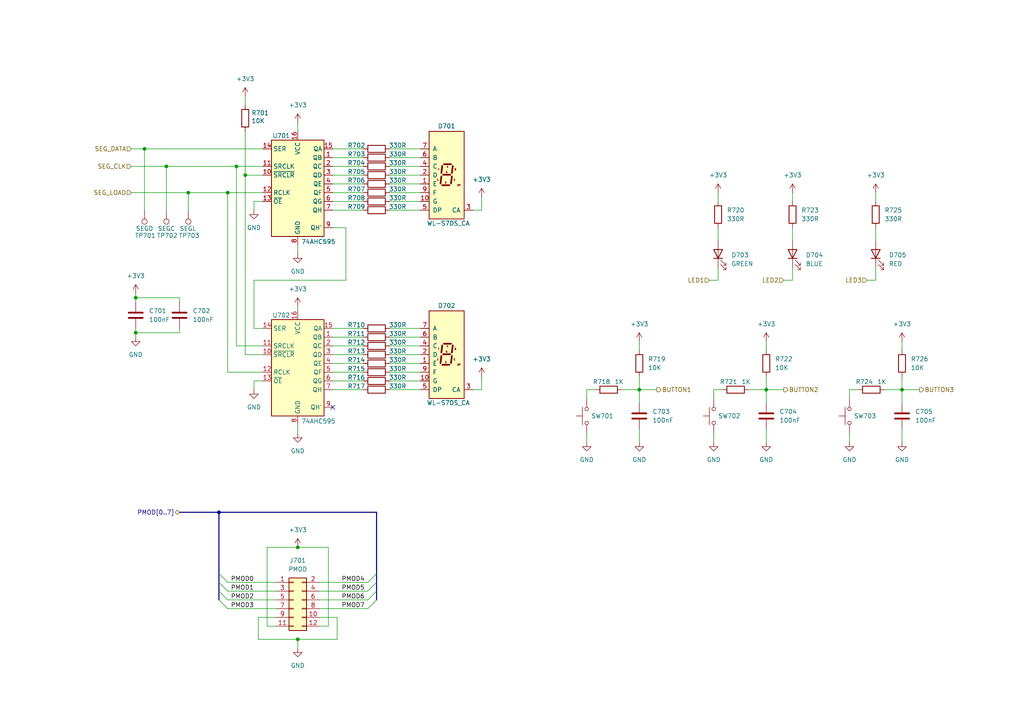
<source format=kicad_sch>
(kicad_sch (version 20250114) (generator "eeschema") (generator_version "9.0")
  (paper "A4")
  (title_block (title "Lattice ICE40HX8K Development board") (company "Stephen Moody"))
  (lib_symbols
    (symbol "74xx:74AHC595"
      (property "Reference" "U" (at -7.62 13.97 0))
      (property "Value" "74AHC595" (at -7.62 -16.51 0))
      (symbol "74AHC595_1_0"
        (pin input line (at -10.16 10.16 0) (length 2.54) (name "SER") (number "14"))
        (pin input line (at -10.16 5.08 0) (length 2.54) (name "SRCLK") (number "11"))
        (pin input line (at -10.16 2.54 0) (length 2.54) (name "~{SRCLR}") (number "10"))
        (pin input line (at -10.16 -2.54 0) (length 2.54) (name "RCLK") (number "12"))
        (pin input line (at -10.16 -5.08 0) (length 2.54) (name "~{OE}") (number "13"))
        (pin power_in line (at 0 15.24 270) (length 2.54) (name "VCC") (number "16"))
        (pin power_in line (at 0 -17.78 90) (length 2.54) (name "GND") (number "8"))
        (pin tri_state line (at 10.16 10.16 180) (length 2.54) (name "QA") (number "15"))
        (pin tri_state line (at 10.16 7.62 180) (length 2.54) (name "QB") (number "1"))
        (pin tri_state line (at 10.16 5.08 180) (length 2.54) (name "QC") (number "2"))
        (pin tri_state line (at 10.16 2.54 180) (length 2.54) (name "QD") (number "3"))
        (pin tri_state line (at 10.16 0 180) (length 2.54) (name "QE") (number "4"))
        (pin tri_state line (at 10.16 -2.54 180) (length 2.54) (name "QF") (number "5"))
        (pin tri_state line (at 10.16 -5.08 180) (length 2.54) (name "QG") (number "6"))
        (pin tri_state line (at 10.16 -7.62 180) (length 2.54) (name "QH") (number "7"))
        (pin output line (at 10.16 -12.7 180) (length 2.54) (name "QH'") (number "9"))
      )
      (symbol "74AHC595_1_1"
        (rectangle (start -7.62 12.7) (end 7.62 -15.24) (stroke (width 0.254)) (fill (type background)))
      )
    )
    (symbol "Connector:TestPoint" (pin_numbers (hide yes)) (pin_names (offset 0.762) (hide yes))
      (property "Reference" "TP" (at 0 6.858 0))
      (property "Value" "TestPoint" (at 0 5.08 0))
      (symbol "TestPoint_0_1"
        (circle (center 0 3.302) (radius 0.762))
      )
      (symbol "TestPoint_1_1"
        (pin passive line (at 0 0 90) (length 2.54) (name "1") (number "1"))
      )
    )
    (symbol "Connector_Generic:Conn_02x06_Odd_Even" (pin_names (offset 1.016) (hide yes))
      (property "Reference" "J" (at 1.27 7.62 0))
      (property "Value" "Conn_02x06_Odd_Even" (at 1.27 -10.16 0))
      (symbol "Conn_02x06_Odd_Even_1_1"
        (rectangle (start -1.27 6.35) (end 3.81 -8.89) (stroke (width 0.254)) (fill (type background)))
        (rectangle (start -1.27 5.207) (end 0 4.953) (stroke (width 0.1524)))
        (rectangle (start -1.27 2.667) (end 0 2.413) (stroke (width 0.1524)))
        (rectangle (start -1.27 0.127) (end 0 -0.127) (stroke (width 0.1524)))
        (rectangle (start -1.27 -2.413) (end 0 -2.667) (stroke (width 0.1524)))
        (rectangle (start -1.27 -4.953) (end 0 -5.207) (stroke (width 0.1524)))
        (rectangle (start -1.27 -7.493) (end 0 -7.747) (stroke (width 0.1524)))
        (rectangle (start 3.81 5.207) (end 2.54 4.953) (stroke (width 0.1524)))
        (rectangle (start 3.81 2.667) (end 2.54 2.413) (stroke (width 0.1524)))
        (rectangle (start 3.81 0.127) (end 2.54 -0.127) (stroke (width 0.1524)))
        (rectangle (start 3.81 -2.413) (end 2.54 -2.667) (stroke (width 0.1524)))
        (rectangle (start 3.81 -4.953) (end 2.54 -5.207) (stroke (width 0.1524)))
        (rectangle (start 3.81 -7.493) (end 2.54 -7.747) (stroke (width 0.1524)))
        (pin passive line (at -5.08 5.08 0) (length 3.81) (name "Pin_1") (number "1"))
        (pin passive line (at -5.08 2.54 0) (length 3.81) (name "Pin_3") (number "3"))
        (pin passive line (at -5.08 0 0) (length 3.81) (name "Pin_5") (number "5"))
        (pin passive line (at -5.08 -2.54 0) (length 3.81) (name "Pin_7") (number "7"))
        (pin passive line (at -5.08 -5.08 0) (length 3.81) (name "Pin_9") (number "9"))
        (pin passive line (at -5.08 -7.62 0) (length 3.81) (name "Pin_11") (number "11"))
        (pin passive line (at 7.62 5.08 180) (length 3.81) (name "Pin_2") (number "2"))
        (pin passive line (at 7.62 2.54 180) (length 3.81) (name "Pin_4") (number "4"))
        (pin passive line (at 7.62 0 180) (length 3.81) (name "Pin_6") (number "6"))
        (pin passive line (at 7.62 -2.54 180) (length 3.81) (name "Pin_8") (number "8"))
        (pin passive line (at 7.62 -5.08 180) (length 3.81) (name "Pin_10") (number "10"))
        (pin passive line (at 7.62 -7.62 180) (length 3.81) (name "Pin_12") (number "12"))
      )
    )
    (symbol "DevBoard:WL-S7DS_0.3INCH_COMMON-ANODE" (pin_names (offset 1.016))
      (property "Reference" "D" (at 1.778 13.208 0))
      (property "Value" "WL-S7DS_CA" (at -6.604 -14.986 0))
      (symbol "WL-S7DS_0.3INCH_COMMON-ANODE_1_0"
        (text "E" (at -2.54 -1.397 0) (effects (font (size 0.508 0.508))))
        (text "F" (at -2.286 1.651 0) (effects (font (size 0.508 0.508))))
        (text "D" (at -0.254 -2.159 0) (effects (font (size 0.508 0.508))))
        (text "G" (at 0 0.889 0) (effects (font (size 0.508 0.508))))
        (text "A" (at 0.254 2.413 0) (effects (font (size 0.508 0.508))))
        (text "C" (at 2.286 -1.397 0) (effects (font (size 0.508 0.508))))
        (text "B" (at 2.54 1.651 0) (effects (font (size 0.508 0.508))))
        (text "DP" (at 3.556 -2.921 0) (effects (font (size 0.508 0.508))))
        (pin power_in line (at 7.62 -10.16 180) (length 2.54) (name "CA") (number "3"))
      )
      (symbol "WL-S7DS_0.3INCH_COMMON-ANODE_1_1"
        (rectangle (start -5.08 12.7) (end 5.08 -12.7) (stroke (width 0.254)) (fill (type background)))
        (polyline (pts (xy -1.524 -0.381) (xy -1.778 -2.413)) (stroke (width 0.508)))
        (polyline (pts (xy -1.27 2.667) (xy -1.524 0.635)) (stroke (width 0.508)))
        (polyline (pts (xy -1.27 -2.921) (xy 0.762 -2.921)) (stroke (width 0.508)))
        (polyline (pts (xy -1.016 0.127) (xy 1.016 0.127)) (stroke (width 0.508)))
        (polyline (pts (xy -0.762 3.175) (xy 1.27 3.175)) (stroke (width 0.508)))
        (polyline (pts (xy 1.524 -0.381) (xy 1.27 -2.413)) (stroke (width 0.508)))
        (polyline (pts (xy 1.778 2.667) (xy 1.524 0.635)) (stroke (width 0.508)))
        (polyline (pts (xy 2.54 -2.921) (xy 2.54 -2.921)) (stroke (width 0.508)))
        (pin input line (at -7.62 7.62 0) (length 2.54) (name "A") (number "7"))
        (pin input line (at -7.62 5.08 0) (length 2.54) (name "B") (number "6"))
        (pin input line (at -7.62 2.54 0) (length 2.54) (name "C") (number "4"))
        (pin input line (at -7.62 0 0) (length 2.54) (name "D") (number "2"))
        (pin input line (at -7.62 -2.54 0) (length 2.54) (name "E") (number "1"))
        (pin input line (at -7.62 -5.08 0) (length 2.54) (name "F") (number "9"))
        (pin input line (at -7.62 -7.62 0) (length 2.54) (name "G") (number "10"))
        (pin input line (at -7.62 -10.16 0) (length 2.54) (name "DP") (number "5"))
      )
    )
    (symbol "Device:C" (pin_numbers (hide yes)) (pin_names (offset 0.254))
      (property "Reference" "C" (at 0.635 2.54 0))
      (property "Value" "C" (at 0.635 -2.54 0))
      (symbol "C_0_1"
        (polyline (pts (xy -2.032 0.762) (xy 2.032 0.762)) (stroke (width 0.508)))
        (polyline (pts (xy -2.032 -0.762) (xy 2.032 -0.762)) (stroke (width 0.508)))
      )
      (symbol "C_1_1"
        (pin passive line (at 0 3.81 270) (length 2.794) (name "~") (number "1"))
        (pin passive line (at 0 -3.81 90) (length 2.794) (name "~") (number "2"))
      )
    )
    (symbol "Device:LED" (pin_numbers (hide yes)) (pin_names (offset 1.016) (hide yes))
      (property "Reference" "D" (at 0 2.54 0))
      (property "Value" "LED" (at 0 -2.54 0))
      (symbol "LED_0_1"
        (polyline (pts (xy -3.048 -0.762) (xy -4.572 -2.286) (xy -3.81 -2.286) (xy -4.572 -2.286) (xy -4.572 -1.524)))
        (polyline (pts (xy -1.778 -0.762) (xy -3.302 -2.286) (xy -2.54 -2.286) (xy -3.302 -2.286) (xy -3.302 -1.524)))
        (polyline (pts (xy -1.27 0) (xy 1.27 0)))
        (polyline (pts (xy -1.27 -1.27) (xy -1.27 1.27)) (stroke (width 0.254)))
        (polyline (pts (xy 1.27 -1.27) (xy 1.27 1.27) (xy -1.27 0) (xy 1.27 -1.27)) (stroke (width 0.254)))
      )
      (symbol "LED_1_1"
        (pin passive line (at -3.81 0 0) (length 2.54) (name "K") (number "1"))
        (pin passive line (at 3.81 0 180) (length 2.54) (name "A") (number "2"))
      )
    )
    (symbol "Device:R" (pin_numbers (hide yes)) (pin_names (offset 0))
      (property "Reference" "R" (at 2.032 0 90))
      (property "Value" "R" (at 0 0 90))
      (symbol "R_0_1"
        (rectangle (start -1.016 -2.54) (end 1.016 2.54) (stroke (width 0.254)))
      )
      (symbol "R_1_1"
        (pin passive line (at 0 3.81 270) (length 1.27) (name "~") (number "1"))
        (pin passive line (at 0 -3.81 90) (length 1.27) (name "~") (number "2"))
      )
    )
    (symbol "Switch:SW_Push" (pin_numbers (hide yes)) (pin_names (offset 1.016) (hide yes))
      (property "Reference" "SW" (at 1.27 2.54 0))
      (property "Value" "SW_Push" (at 0 -1.524 0))
      (symbol "SW_Push_0_1"
        (circle (center -2.032 0) (radius 0.508))
        (polyline (pts (xy 0 1.27) (xy 0 3.048)))
        (circle (center 2.032 0) (radius 0.508))
        (polyline (pts (xy 2.54 1.27) (xy -2.54 1.27)))
        (pin passive line (at -5.08 0 0) (length 2.54) (name "1") (number "1"))
        (pin passive line (at 5.08 0 180) (length 2.54) (name "2") (number "2"))
      )
    )
    (symbol "power:+3V3" (power) (pin_numbers (hide yes)) (pin_names (offset 0) (hide yes))
      (property "Value" "+3V3" (at 0 3.556 0))
      (symbol "+3V3_0_1"
        (polyline (pts (xy -0.762 1.27) (xy 0 2.54)))
        (polyline (pts (xy 0 2.54) (xy 0.762 1.27)))
        (polyline (pts (xy 0 0) (xy 0 2.54)))
      )
      (symbol "+3V3_1_1"
        (pin power_in line (at 0 0 90) (length 0) (name "~") (number "1"))
      )
    )
    (symbol "power:GND" (power) (pin_numbers (hide yes)) (pin_names (offset 0) (hide yes))
      (property "Value" "GND" (at 0 -3.81 0))
      (symbol "GND_0_1"
        (polyline (pts (xy 0 0) (xy 0 -1.27) (xy 1.27 -1.27) (xy 0 -2.54) (xy -1.27 -1.27) (xy 0 -1.27)))
      )
      (symbol "GND_1_1"
        (pin power_in line (at 0 0 270) (length 0) (name "~") (number "1"))
      )
    )
  )
  (junction (at 222.25 113.03))
  (junction (at 39.37 86.36))
  (junction (at 261.62 113.03))
  (junction (at 48.26 48.26))
  (junction (at 41.91 43.18))
  (junction (at 71.12 50.8))
  (junction (at 63.5 148.59))
  (junction (at 66.04 55.88))
  (junction (at 68.58 48.26))
  (junction (at 86.36 158.75))
  (junction (at 39.37 96.52))
  (junction (at 86.36 185.42))
  (junction (at 54.61 55.88))
  (junction (at 185.42 113.03))
  (no_connect (at 96.52 118.11))
  (bus_entry (at 63.5 173.99) (size 2.54 2.54))
  (bus_entry (at 63.5 168.91) (size 2.54 2.54))
  (bus_entry (at 63.5 166.37) (size 2.54 2.54))
  (bus_entry (at 109.22 173.99) (size -2.54 2.54))
  (bus_entry (at 63.5 171.45) (size 2.54 2.54))
  (bus_entry (at 109.22 168.91) (size -2.54 2.54))
  (bus_entry (at 109.22 166.37) (size -2.54 2.54))
  (bus_entry (at 109.22 171.45) (size -2.54 2.54))
  (wire (pts (xy 73.66 58.42) (xy 73.66 60.96)))
  (wire (pts (xy 137.16 60.96) (xy 139.7 60.96)))
  (wire (pts (xy 80.01 181.61) (xy 77.47 181.61)))
  (wire (pts (xy 208.28 66.04) (xy 208.28 69.85)))
  (wire (pts (xy 106.68 173.99) (xy 92.71 173.99)))
  (wire (pts (xy 139.7 113.03) (xy 139.7 109.22)))
  (wire (pts (xy 246.38 125.73) (xy 246.38 128.27)))
  (wire (pts (xy 106.68 168.91) (xy 92.71 168.91)))
  (wire (pts (xy 96.52 110.49) (xy 105.41 110.49)))
  (wire (pts (xy 39.37 87.63) (xy 39.37 86.36)))
  (wire (pts (xy 71.12 50.8) (xy 71.12 102.87)))
  (wire (pts (xy 52.07 86.36) (xy 39.37 86.36)))
  (wire (pts (xy 97.79 179.07) (xy 97.79 185.42)))
  (wire (pts (xy 54.61 55.88) (xy 66.04 55.88)))
  (wire (pts (xy 96.52 55.88) (xy 105.41 55.88)))
  (wire (pts (xy 172.72 113.03) (xy 170.18 113.03)))
  (wire (pts (xy 66.04 107.95) (xy 76.2 107.95)))
  (wire (pts (xy 86.36 71.12) (xy 86.36 73.66)))
  (wire (pts (xy 96.52 105.41) (xy 105.41 105.41)))
  (wire (pts (xy 96.52 58.42) (xy 105.41 58.42)))
  (wire (pts (xy 66.04 171.45) (xy 80.01 171.45)))
  (wire (pts (xy 96.52 66.04) (xy 100.33 66.04)))
  (wire (pts (xy 71.12 38.1) (xy 71.12 50.8)))
  (wire (pts (xy 185.42 99.06) (xy 185.42 101.6)))
  (wire (pts (xy 261.62 113.03) (xy 261.62 109.22)))
  (wire (pts (xy 96.52 53.34) (xy 105.41 53.34)))
  (wire (pts (xy 261.62 99.06) (xy 261.62 101.6)))
  (wire (pts (xy 74.93 185.42) (xy 86.36 185.42)))
  (wire (pts (xy 66.04 168.91) (xy 80.01 168.91)))
  (wire (pts (xy 96.52 97.79) (xy 105.41 97.79)))
  (wire (pts (xy 86.36 88.9) (xy 86.36 90.17)))
  (wire (pts (xy 95.25 181.61) (xy 95.25 158.75)))
  (wire (pts (xy 113.03 113.03) (xy 121.92 113.03)))
  (wire (pts (xy 185.42 113.03) (xy 190.5 113.03)))
  (bus (pts (xy 63.5 168.91) (xy 63.5 166.37)))
  (wire (pts (xy 96.52 95.25) (xy 105.41 95.25)))
  (wire (pts (xy 73.66 110.49) (xy 76.2 110.49)))
  (bus (pts (xy 109.22 173.99) (xy 109.22 171.45)))
  (wire (pts (xy 222.25 124.46) (xy 222.25 128.27)))
  (wire (pts (xy 39.37 95.25) (xy 39.37 96.52)))
  (bus (pts (xy 63.5 173.99) (xy 63.5 171.45)))
  (wire (pts (xy 41.91 43.18) (xy 76.2 43.18)))
  (wire (pts (xy 113.03 95.25) (xy 121.92 95.25)))
  (wire (pts (xy 68.58 48.26) (xy 68.58 100.33)))
  (wire (pts (xy 251.46 81.28) (xy 254 81.28)))
  (wire (pts (xy 205.74 81.28) (xy 208.28 81.28)))
  (wire (pts (xy 137.16 113.03) (xy 139.7 113.03)))
  (wire (pts (xy 86.36 123.19) (xy 86.36 125.73)))
  (wire (pts (xy 217.17 113.03) (xy 222.25 113.03)))
  (wire (pts (xy 52.07 86.36) (xy 52.07 87.63)))
  (wire (pts (xy 80.01 179.07) (xy 74.93 179.07)))
  (wire (pts (xy 96.52 45.72) (xy 105.41 45.72)))
  (wire (pts (xy 86.36 185.42) (xy 86.36 187.96)))
  (wire (pts (xy 113.03 55.88) (xy 121.92 55.88)))
  (wire (pts (xy 254 81.28) (xy 254 77.47)))
  (bus (pts (xy 63.5 171.45) (xy 63.5 168.91)))
  (wire (pts (xy 86.36 35.56) (xy 86.36 38.1)))
  (wire (pts (xy 139.7 60.96) (xy 139.7 57.15)))
  (wire (pts (xy 229.87 66.04) (xy 229.87 69.85)))
  (wire (pts (xy 229.87 55.88) (xy 229.87 58.42)))
  (wire (pts (xy 185.42 113.03) (xy 185.42 116.84)))
  (wire (pts (xy 73.66 110.49) (xy 73.66 113.03)))
  (wire (pts (xy 74.93 179.07) (xy 74.93 185.42)))
  (wire (pts (xy 261.62 113.03) (xy 261.62 116.84)))
  (bus (pts (xy 63.5 148.59) (xy 52.07 148.59)))
  (wire (pts (xy 66.04 55.88) (xy 76.2 55.88)))
  (wire (pts (xy 96.52 107.95) (xy 105.41 107.95)))
  (wire (pts (xy 113.03 97.79) (xy 121.92 97.79)))
  (bus (pts (xy 109.22 168.91) (xy 109.22 166.37)))
  (wire (pts (xy 261.62 124.46) (xy 261.62 128.27)))
  (bus (pts (xy 109.22 148.59) (xy 63.5 148.59)))
  (wire (pts (xy 106.68 176.53) (xy 92.71 176.53)))
  (wire (pts (xy 96.52 50.8) (xy 105.41 50.8)))
  (wire (pts (xy 113.03 110.49) (xy 121.92 110.49)))
  (bus (pts (xy 109.22 171.45) (xy 109.22 168.91)))
  (wire (pts (xy 106.68 171.45) (xy 92.71 171.45)))
  (wire (pts (xy 254 66.04) (xy 254 69.85)))
  (wire (pts (xy 207.01 113.03) (xy 207.01 115.57)))
  (wire (pts (xy 222.25 113.03) (xy 222.25 109.22)))
  (wire (pts (xy 113.03 48.26) (xy 121.92 48.26)))
  (wire (pts (xy 38.1 48.26) (xy 48.26 48.26)))
  (wire (pts (xy 113.03 58.42) (xy 121.92 58.42)))
  (wire (pts (xy 185.42 113.03) (xy 185.42 109.22)))
  (wire (pts (xy 180.34 113.03) (xy 185.42 113.03)))
  (wire (pts (xy 66.04 176.53) (xy 80.01 176.53)))
  (wire (pts (xy 73.66 81.28) (xy 73.66 95.25)))
  (wire (pts (xy 222.25 99.06) (xy 222.25 101.6)))
  (wire (pts (xy 39.37 96.52) (xy 52.07 96.52)))
  (wire (pts (xy 71.12 27.94) (xy 71.12 30.48)))
  (wire (pts (xy 77.47 158.75) (xy 86.36 158.75)))
  (wire (pts (xy 170.18 113.03) (xy 170.18 115.57)))
  (wire (pts (xy 66.04 55.88) (xy 66.04 107.95)))
  (wire (pts (xy 227.33 81.28) (xy 229.87 81.28)))
  (wire (pts (xy 96.52 113.03) (xy 105.41 113.03)))
  (wire (pts (xy 113.03 45.72) (xy 121.92 45.72)))
  (wire (pts (xy 68.58 48.26) (xy 76.2 48.26)))
  (wire (pts (xy 254 55.88) (xy 254 58.42)))
  (wire (pts (xy 208.28 81.28) (xy 208.28 77.47)))
  (wire (pts (xy 113.03 102.87) (xy 121.92 102.87)))
  (wire (pts (xy 261.62 113.03) (xy 266.7 113.03)))
  (wire (pts (xy 52.07 95.25) (xy 52.07 96.52)))
  (wire (pts (xy 92.71 181.61) (xy 95.25 181.61)))
  (wire (pts (xy 96.52 102.87) (xy 105.41 102.87)))
  (wire (pts (xy 96.52 43.18) (xy 105.41 43.18)))
  (wire (pts (xy 113.03 60.96) (xy 121.92 60.96)))
  (wire (pts (xy 100.33 66.04) (xy 100.33 81.28)))
  (wire (pts (xy 113.03 100.33) (xy 121.92 100.33)))
  (wire (pts (xy 38.1 55.88) (xy 54.61 55.88)))
  (wire (pts (xy 222.25 113.03) (xy 227.33 113.03)))
  (wire (pts (xy 113.03 53.34) (xy 121.92 53.34)))
  (wire (pts (xy 248.92 113.03) (xy 246.38 113.03)))
  (wire (pts (xy 113.03 43.18) (xy 121.92 43.18)))
  (wire (pts (xy 209.55 113.03) (xy 207.01 113.03)))
  (wire (pts (xy 96.52 100.33) (xy 105.41 100.33)))
  (wire (pts (xy 208.28 55.88) (xy 208.28 58.42)))
  (wire (pts (xy 113.03 105.41) (xy 121.92 105.41)))
  (wire (pts (xy 48.26 48.26) (xy 68.58 48.26)))
  (wire (pts (xy 54.61 55.88) (xy 54.61 60.96)))
  (wire (pts (xy 113.03 50.8) (xy 121.92 50.8)))
  (wire (pts (xy 100.33 81.28) (xy 73.66 81.28)))
  (wire (pts (xy 66.04 173.99) (xy 80.01 173.99)))
  (wire (pts (xy 73.66 95.25) (xy 76.2 95.25)))
  (wire (pts (xy 77.47 181.61) (xy 77.47 158.75)))
  (wire (pts (xy 41.91 43.18) (xy 41.91 60.96)))
  (bus (pts (xy 63.5 166.37) (xy 63.5 148.59)))
  (wire (pts (xy 39.37 96.52) (xy 39.37 97.79)))
  (wire (pts (xy 96.52 48.26) (xy 105.41 48.26)))
  (wire (pts (xy 113.03 107.95) (xy 121.92 107.95)))
  (wire (pts (xy 73.66 58.42) (xy 76.2 58.42)))
  (wire (pts (xy 170.18 125.73) (xy 170.18 128.27)))
  (wire (pts (xy 246.38 113.03) (xy 246.38 115.57)))
  (wire (pts (xy 185.42 124.46) (xy 185.42 128.27)))
  (wire (pts (xy 71.12 102.87) (xy 76.2 102.87)))
  (wire (pts (xy 92.71 179.07) (xy 97.79 179.07)))
  (wire (pts (xy 48.26 48.26) (xy 48.26 60.96)))
  (wire (pts (xy 38.1 43.18) (xy 41.91 43.18)))
  (wire (pts (xy 229.87 81.28) (xy 229.87 77.47)))
  (wire (pts (xy 222.25 113.03) (xy 222.25 116.84)))
  (wire (pts (xy 68.58 100.33) (xy 76.2 100.33)))
  (wire (pts (xy 97.79 185.42) (xy 86.36 185.42)))
  (wire (pts (xy 256.54 113.03) (xy 261.62 113.03)))
  (wire (pts (xy 95.25 158.75) (xy 86.36 158.75)))
  (bus (pts (xy 109.22 166.37) (xy 109.22 148.59)))
  (wire (pts (xy 76.2 50.8) (xy 71.12 50.8)))
  (wire (pts (xy 39.37 85.09) (xy 39.37 86.36)))
  (wire (pts (xy 207.01 125.73) (xy 207.01 128.27)))
  (wire (pts (xy 96.52 60.96) (xy 105.41 60.96)))
  (label "PMOD7" (at 99.06 176.53 0))
  (label "PMOD6" (at 99.06 173.99 0))
  (label "PMOD2" (at 73.66 173.99 180))
  (label "PMOD4" (at 99.06 168.91 0))
  (label "PMOD3" (at 73.66 176.53 180))
  (label "PMOD1" (at 73.66 171.45 180))
  (label "PMOD0" (at 73.66 168.91 180))
  (label "PMOD5" (at 99.06 171.45 0))
  (hierarchical_label "SEG_CLK" (shape input) (at 38.1 48.26 180))
  (hierarchical_label "LED3" (shape input) (at 251.46 81.28 180))
  (hierarchical_label "SEG_DATA" (shape input) (at 38.1 43.18 180))
  (hierarchical_label "BUTTON3" (shape output) (at 266.7 113.03 0))
  (hierarchical_label "BUTTON1" (shape output) (at 190.5 113.03 0))
  (hierarchical_label "PMOD[0..7]" (shape bidirectional) (at 52.07 148.59 180))
  (hierarchical_label "LED1" (shape input) (at 205.74 81.28 180))
  (hierarchical_label "BUTTON2" (shape output) (at 227.33 113.03 0))
  (hierarchical_label "SEG_LOAD" (shape input) (at 38.1 55.88 180))
  (hierarchical_label "LED2" (shape input) (at 227.33 81.28 180))
  (symbol (lib_id "power:+3V3") (at 222.25 99.06 0) (unit 1)
    (property "Reference" "#PWR0719" (effects (hide yes)))
    (property "Value" "+3V3" (at 222.25 93.98 0))
    (property "Description" "Power symbol creates a global label with name \"+3V3\"" (effects (hide yes)))
  )
  (symbol (lib_id "Device:R") (at 109.22 95.25 90) (unit 1)
    (property "Reference" "R710" (at 103.378 94.234 90))
    (property "Value" "330R" (at 115.316 94.234 90))
    (property "Footprint" "Resistor_SMD:R_0603_1608Metric" (effects (hide yes)))
    (property "Description" "Resistor" (effects (hide yes)))
  )
  (symbol (lib_id "Device:R") (at 176.53 113.03 90) (unit 1)
    (property "Reference" "R718" (at 174.498 110.744 90))
    (property "Value" "1K" (at 179.578 110.744 90))
    (property "Footprint" "Resistor_SMD:R_0805_2012Metric" (effects (hide yes)))
    (property "Description" "Resistor" (effects (hide yes)))
  )
  (symbol (lib_id "power:+3V3") (at 139.7 57.15 0) (unit 1)
    (property "Reference" "#PWR0712" (effects (hide yes)))
    (property "Value" "+3V3" (at 139.7 52.07 0))
    (property "Description" "Power symbol creates a global label with name \"+3V3\"" (effects (hide yes)))
  )
  (symbol (lib_id "Connector:TestPoint") (at 54.61 60.96 0) (mirror x) (unit 1)
    (property "Reference" "TP703" (at 51.816 68.326 0) (effects (justify left)))
    (property "Value" "SEGL" (at 52.07 66.294 0) (effects (justify left)))
    (property "Footprint" "TestPoint:TestPoint_Pad_D1.0mm" (effects (hide yes)))
    (property "Description" "test point" (effects (hide yes)))
  )
  (symbol (lib_id "power:GND") (at 185.42 128.27 0) (unit 1)
    (property "Reference" "#PWR0716" (effects (hide yes)))
    (property "Value" "GND" (at 185.42 133.35 0))
    (property "Description" "Power symbol creates a global label with name \"GND\" , ground" (effects (hide yes)))
  )
  (symbol (lib_id "Switch:SW_Push") (at 207.01 120.65 90) (mirror x) (unit 1)
    (property "Reference" "SW702" (at 208.28 120.6499 90) (effects (justify right)))
    (property "Value" "SW_Push" (effects (hide yes)))
    (property "Footprint" "Button_Switch_THT:SW_PUSH_6mm_H4.3mm" (effects (hide yes)))
    (property "Description" "Push button switch, generic, two pins" (effects (hide yes)))
  )
  (symbol (lib_id "Device:R") (at 254 62.23 0) (unit 1)
    (property "Reference" "R725" (at 256.54 60.9599 0) (effects (justify left)))
    (property "Value" "330R" (at 256.54 63.4999 0) (effects (justify left)))
    (property "Footprint" "Resistor_SMD:R_0805_2012Metric" (effects (hide yes)))
    (property "Description" "Resistor" (effects (hide yes)))
  )
  (symbol (lib_id "power:GND") (at 246.38 128.27 0) (unit 1)
    (property "Reference" "#PWR0722" (effects (hide yes)))
    (property "Value" "GND" (at 246.38 133.35 0))
    (property "Description" "Power symbol creates a global label with name \"GND\" , ground" (effects (hide yes)))
  )
  (symbol (lib_id "power:+3V3") (at 86.36 35.56 0) (unit 1)
    (property "Reference" "#PWR0706" (effects (hide yes)))
    (property "Value" "+3V3" (at 86.36 30.48 0))
    (property "Description" "Power symbol creates a global label with name \"+3V3\"" (effects (hide yes)))
  )
  (symbol (lib_id "Device:R") (at 109.22 105.41 90) (unit 1)
    (property "Reference" "R714" (at 103.378 104.394 90))
    (property "Value" "330R" (at 115.316 104.394 90))
    (property "Footprint" "Resistor_SMD:R_0603_1608Metric" (effects (hide yes)))
    (property "Description" "Resistor" (effects (hide yes)))
  )
  (symbol (lib_id "power:GND") (at 261.62 128.27 0) (unit 1)
    (property "Reference" "#PWR0725" (effects (hide yes)))
    (property "Value" "GND" (at 261.62 133.35 0))
    (property "Description" "Power symbol creates a global label with name \"GND\" , ground" (effects (hide yes)))
  )
  (symbol (lib_id "Device:R") (at 109.22 107.95 90) (unit 1)
    (property "Reference" "R715" (at 103.378 106.934 90))
    (property "Value" "330R" (at 115.316 106.934 90))
    (property "Footprint" "Resistor_SMD:R_0603_1608Metric" (effects (hide yes)))
    (property "Description" "Resistor" (effects (hide yes)))
  )
  (symbol (lib_id "Device:C") (at 52.07 91.44 0) (unit 1)
    (property "Reference" "C702" (at 55.88 90.1699 0) (effects (justify left)))
    (property "Value" "100nF" (at 55.88 92.7099 0) (effects (justify left)))
    (property "Footprint" "Capacitor_SMD:C_0805_2012Metric" (effects (hide yes)))
    (property "Description" "Unpolarized capacitor" (effects (hide yes)))
  )
  (symbol (lib_id "power:+3V3") (at 139.7 109.22 0) (unit 1)
    (property "Reference" "#PWR0713" (effects (hide yes)))
    (property "Value" "+3V3" (at 139.7 104.14 0))
    (property "Description" "Power symbol creates a global label with name \"+3V3\"" (effects (hide yes)))
  )
  (symbol (lib_id "Device:R") (at 213.36 113.03 90) (unit 1)
    (property "Reference" "R721" (at 211.328 110.744 90))
    (property "Value" "1K" (at 216.408 110.744 90))
    (property "Footprint" "Resistor_SMD:R_0805_2012Metric" (effects (hide yes)))
    (property "Description" "Resistor" (effects (hide yes)))
  )
  (symbol (lib_id "Device:R") (at 109.22 113.03 90) (unit 1)
    (property "Reference" "R717" (at 103.378 112.014 90))
    (property "Value" "330R" (at 115.316 112.014 90))
    (property "Footprint" "Resistor_SMD:R_0603_1608Metric" (effects (hide yes)))
    (property "Description" "Resistor" (effects (hide yes)))
  )
  (symbol (lib_id "Device:R") (at 222.25 105.41 0) (unit 1)
    (property "Reference" "R722" (at 224.79 104.1399 0) (effects (justify left)))
    (property "Value" "10K" (at 224.79 106.6799 0) (effects (justify left)))
    (property "Footprint" "Resistor_SMD:R_0805_2012Metric" (effects (hide yes)))
    (property "Description" "Resistor" (effects (hide yes)))
  )
  (symbol (lib_id "Device:C") (at 39.37 91.44 0) (unit 1)
    (property "Reference" "C701" (at 43.18 90.1699 0) (effects (justify left)))
    (property "Value" "100nF" (at 43.18 92.7099 0) (effects (justify left)))
    (property "Footprint" "Capacitor_SMD:C_0805_2012Metric" (effects (hide yes)))
    (property "Description" "Unpolarized capacitor" (effects (hide yes)))
  )
  (symbol (lib_id "74xx:74AHC595") (at 86.36 105.41 0) (unit 1)
    (property "Reference" "U702" (at 78.994 91.44 0) (effects (justify left)))
    (property "Value" "74AHC595" (at 87.376 122.174 0) (effects (justify left)))
    (property "Footprint" "Package_SO:SO-16_3.9x9.9mm_P1.27mm" (effects (hide yes)))
    (property "Datasheet" "https://assets.nexperia.com/documents/data-sheet/74AHC_AHCT595.pdf" (effects (hide yes)))
    (property "Description" "8-bit serial in/out Shift Register 3-State Outputs" (effects (hide yes)))
  )
  (symbol (lib_id "power:+3V3") (at 208.28 55.88 0) (unit 1)
    (property "Reference" "#PWR0718" (effects (hide yes)))
    (property "Value" "+3V3" (at 208.28 50.8 0))
    (property "Description" "Power symbol creates a global label with name \"+3V3\"" (effects (hide yes)))
  )
  (symbol (lib_id "Switch:SW_Push") (at 170.18 120.65 90) (mirror x) (unit 1)
    (property "Reference" "SW701" (at 171.45 120.6499 90) (effects (justify right)))
    (property "Value" "SW_Push" (effects (hide yes)))
    (property "Footprint" "Button_Switch_THT:SW_PUSH_6mm_H4.3mm" (effects (hide yes)))
    (property "Description" "Push button switch, generic, two pins" (effects (hide yes)))
  )
  (symbol (lib_id "DevBoard:WL-S7DS_0.3INCH_COMMON-ANODE") (at 129.54 50.8 0) (unit 1)
    (property "Reference" "D701" (at 129.54 36.576 0))
    (property "Value" "WL-S7DS_CA" (at 130.048 64.77 0))
    (property "Footprint" "DevBoard:WL-S7DS_0.3INCH" (effects (hide yes)))
    (property "Description" "Display Modules - LED Character and Numeric Green 7-Segment 1 Character Common Anode 2V 20mA 0.472 H x 0.287 W x 0.148 D (12.00mm x 7.30mm x 3.75mm) 10-SMD, No Lead" (effects (hide yes)))
    (property "MF" "Würth Elektronik" (effects (hide yes)))
    (property "MP" "157112V12800" (effects (hide yes)))
  )
  (symbol (lib_id "Switch:SW_Push") (at 246.38 120.65 90) (mirror x) (unit 1)
    (property "Reference" "SW703" (at 247.65 120.6499 90) (effects (justify right)))
    (property "Value" "SW_Push" (effects (hide yes)))
    (property "Footprint" "Button_Switch_THT:SW_PUSH_6mm_H4.3mm" (effects (hide yes)))
    (property "Description" "Push button switch, generic, two pins" (effects (hide yes)))
  )
  (symbol (lib_id "power:GND") (at 86.36 187.96 0) (unit 1)
    (property "Reference" "#PWR0711" (effects (hide yes)))
    (property "Value" "GND" (at 86.36 193.04 0))
    (property "Description" "Power symbol creates a global label with name \"GND\" , ground" (effects (hide yes)))
  )
  (symbol (lib_id "power:+3V3") (at 86.36 88.9 0) (unit 1)
    (property "Reference" "#PWR0708" (effects (hide yes)))
    (property "Value" "+3V3" (at 86.36 83.82 0))
    (property "Description" "Power symbol creates a global label with name \"+3V3\"" (effects (hide yes)))
  )
  (symbol (lib_id "74xx:74AHC595") (at 86.36 53.34 0) (unit 1)
    (property "Reference" "U701" (at 78.994 39.37 0) (effects (justify left)))
    (property "Value" "74AHC595" (at 87.376 70.104 0) (effects (justify left)))
    (property "Footprint" "Package_SO:SO-16_3.9x9.9mm_P1.27mm" (effects (hide yes)))
    (property "Datasheet" "https://assets.nexperia.com/documents/data-sheet/74AHC_AHCT595.pdf" (effects (hide yes)))
    (property "Description" "8-bit serial in/out Shift Register 3-State Outputs" (effects (hide yes)))
  )
  (symbol (lib_id "power:GND") (at 73.66 113.03 0) (unit 1)
    (property "Reference" "#PWR0705" (effects (hide yes)))
    (property "Value" "GND" (at 73.66 118.11 0))
    (property "Description" "Power symbol creates a global label with name \"GND\" , ground" (effects (hide yes)))
  )
  (symbol (lib_id "Device:R") (at 109.22 110.49 90) (unit 1)
    (property "Reference" "R716" (at 103.378 109.474 90))
    (property "Value" "330R" (at 115.316 109.474 90))
    (property "Footprint" "Resistor_SMD:R_0603_1608Metric" (effects (hide yes)))
    (property "Description" "Resistor" (effects (hide yes)))
  )
  (symbol (lib_id "power:GND") (at 207.01 128.27 0) (unit 1)
    (property "Reference" "#PWR0717" (effects (hide yes)))
    (property "Value" "GND" (at 207.01 133.35 0))
    (property "Description" "Power symbol creates a global label with name \"GND\" , ground" (effects (hide yes)))
  )
  (symbol (lib_id "Device:R") (at 109.22 50.8 90) (unit 1)
    (property "Reference" "R705" (at 103.378 49.784 90))
    (property "Value" "330R" (at 115.316 49.784 90))
    (property "Footprint" "Resistor_SMD:R_0603_1608Metric" (effects (hide yes)))
    (property "Description" "Resistor" (effects (hide yes)))
  )
  (symbol (lib_id "DevBoard:WL-S7DS_0.3INCH_COMMON-ANODE") (at 129.54 102.87 0) (unit 1)
    (property "Reference" "D702" (at 129.54 88.646 0))
    (property "Value" "WL-S7DS_CA" (at 130.048 116.84 0))
    (property "Footprint" "DevBoard:WL-S7DS_0.3INCH" (effects (hide yes)))
    (property "Description" "Display Modules - LED Character and Numeric Green 7-Segment 1 Character Common Anode 2V 20mA 0.472 H x 0.287 W x 0.148 D (12.00mm x 7.30mm x 3.75mm) 10-SMD, No Lead" (effects (hide yes)))
    (property "MF" "Würth Elektronik" (effects (hide yes)))
    (property "MP" "157112V12800" (effects (hide yes)))
  )
  (symbol (lib_id "Device:R") (at 109.22 58.42 90) (unit 1)
    (property "Reference" "R708" (at 103.378 57.404 90))
    (property "Value" "330R" (at 115.316 57.404 90))
    (property "Footprint" "Resistor_SMD:R_0603_1608Metric" (effects (hide yes)))
    (property "Description" "Resistor" (effects (hide yes)))
  )
  (symbol (lib_id "Device:LED") (at 229.87 73.66 90) (unit 1)
    (property "Reference" "D704" (at 233.68 73.9774 90) (effects (justify right)))
    (property "Value" "BLUE" (at 233.68 76.5174 90) (effects (justify right)))
    (property "Footprint" "LED_SMD:LED_1206_3216Metric" (effects (hide yes)))
    (property "Description" "Light emitting diode" (effects (hide yes)))
    (property "Sim.Pins" "1=K 2=A" (effects (hide yes)))
  )
  (symbol (lib_id "Device:R") (at 109.22 53.34 90) (unit 1)
    (property "Reference" "R706" (at 103.378 52.324 90))
    (property "Value" "330R" (at 115.316 52.324 90))
    (property "Footprint" "Resistor_SMD:R_0603_1608Metric" (effects (hide yes)))
    (property "Description" "Resistor" (effects (hide yes)))
  )
  (symbol (lib_id "Device:R") (at 229.87 62.23 0) (unit 1)
    (property "Reference" "R723" (at 232.41 60.9599 0) (effects (justify left)))
    (property "Value" "330R" (at 232.41 63.4999 0) (effects (justify left)))
    (property "Footprint" "Resistor_SMD:R_0805_2012Metric" (effects (hide yes)))
    (property "Description" "Resistor" (effects (hide yes)))
  )
  (symbol (lib_id "Device:C") (at 222.25 120.65 0) (unit 1)
    (property "Reference" "C704" (at 226.06 119.3799 0) (effects (justify left)))
    (property "Value" "100nF" (at 226.06 121.9199 0) (effects (justify left)))
    (property "Footprint" "Capacitor_SMD:C_0805_2012Metric" (effects (hide yes)))
    (property "Description" "Unpolarized capacitor" (effects (hide yes)))
  )
  (symbol (lib_id "Device:R") (at 109.22 48.26 90) (unit 1)
    (property "Reference" "R704" (at 103.378 47.244 90))
    (property "Value" "330R" (at 115.316 47.244 90))
    (property "Footprint" "Resistor_SMD:R_0603_1608Metric" (effects (hide yes)))
    (property "Description" "Resistor" (effects (hide yes)))
  )
  (symbol (lib_id "power:GND") (at 73.66 60.96 0) (unit 1)
    (property "Reference" "#PWR0704" (effects (hide yes)))
    (property "Value" "GND" (at 73.66 66.04 0))
    (property "Description" "Power symbol creates a global label with name \"GND\" , ground" (effects (hide yes)))
  )
  (symbol (lib_id "power:+3V3") (at 86.36 158.75 0) (unit 1)
    (property "Reference" "#PWR0710" (effects (hide yes)))
    (property "Value" "+3V3" (at 86.36 153.67 0))
    (property "Description" "Power symbol creates a global label with name \"+3V3\"" (effects (hide yes)))
  )
  (symbol (lib_id "Device:R") (at 109.22 43.18 90) (unit 1)
    (property "Reference" "R702" (at 103.378 42.164 90))
    (property "Value" "330R" (at 115.316 42.164 90))
    (property "Footprint" "Resistor_SMD:R_0603_1608Metric" (effects (hide yes)))
    (property "Description" "Resistor" (effects (hide yes)))
  )
  (symbol (lib_id "Device:R") (at 109.22 100.33 90) (unit 1)
    (property "Reference" "R712" (at 103.378 99.314 90))
    (property "Value" "330R" (at 115.316 99.314 90))
    (property "Footprint" "Resistor_SMD:R_0603_1608Metric" (effects (hide yes)))
    (property "Description" "Resistor" (effects (hide yes)))
  )
  (symbol (lib_id "power:+3V3") (at 261.62 99.06 0) (unit 1)
    (property "Reference" "#PWR0724" (effects (hide yes)))
    (property "Value" "+3V3" (at 261.62 93.98 0))
    (property "Description" "Power symbol creates a global label with name \"+3V3\"" (effects (hide yes)))
  )
  (symbol (lib_id "Device:R") (at 261.62 105.41 0) (unit 1)
    (property "Reference" "R726" (at 264.16 104.1399 0) (effects (justify left)))
    (property "Value" "10K" (at 264.16 106.6799 0) (effects (justify left)))
    (property "Footprint" "Resistor_SMD:R_0805_2012Metric" (effects (hide yes)))
    (property "Description" "Resistor" (effects (hide yes)))
  )
  (symbol (lib_id "Device:R") (at 185.42 105.41 0) (unit 1)
    (property "Reference" "R719" (at 187.96 104.1399 0) (effects (justify left)))
    (property "Value" "10K" (at 187.96 106.6799 0) (effects (justify left)))
    (property "Footprint" "Resistor_SMD:R_0805_2012Metric" (effects (hide yes)))
    (property "Description" "Resistor" (effects (hide yes)))
  )
  (symbol (lib_id "Device:R") (at 109.22 97.79 90) (unit 1)
    (property "Reference" "R711" (at 103.378 96.774 90))
    (property "Value" "330R" (at 115.316 96.774 90))
    (property "Footprint" "Resistor_SMD:R_0603_1608Metric" (effects (hide yes)))
    (property "Description" "Resistor" (effects (hide yes)))
  )
  (symbol (lib_id "power:+3V3") (at 229.87 55.88 0) (unit 1)
    (property "Reference" "#PWR0721" (effects (hide yes)))
    (property "Value" "+3V3" (at 229.87 50.8 0))
    (property "Description" "Power symbol creates a global label with name \"+3V3\"" (effects (hide yes)))
  )
  (symbol (lib_id "Connector:TestPoint") (at 48.26 60.96 0) (mirror x) (unit 1)
    (property "Reference" "TP702" (at 45.466 68.326 0) (effects (justify left)))
    (property "Value" "SEGC" (at 45.72 66.294 0) (effects (justify left)))
    (property "Footprint" "TestPoint:TestPoint_Pad_D1.0mm" (effects (hide yes)))
    (property "Description" "test point" (effects (hide yes)))
  )
  (symbol (lib_id "Device:R") (at 71.12 34.29 0) (unit 1)
    (property "Reference" "R701" (at 72.898 32.766 0) (effects (justify left)))
    (property "Value" "10K" (at 72.898 35.052 0) (effects (justify left)))
    (property "Footprint" "Resistor_SMD:R_0805_2012Metric" (effects (hide yes)))
    (property "Description" "Resistor" (effects (hide yes)))
  )
  (symbol (lib_id "Device:R") (at 109.22 60.96 90) (unit 1)
    (property "Reference" "R709" (at 103.378 59.944 90))
    (property "Value" "330R" (at 115.316 59.944 90))
    (property "Footprint" "Resistor_SMD:R_0603_1608Metric" (effects (hide yes)))
    (property "Description" "Resistor" (effects (hide yes)))
  )
  (symbol (lib_id "power:+3V3") (at 71.12 27.94 0) (unit 1)
    (property "Reference" "#PWR0703" (effects (hide yes)))
    (property "Value" "+3V3" (at 71.12 22.86 0))
    (property "Description" "Power symbol creates a global label with name \"+3V3\"" (effects (hide yes)))
  )
  (symbol (lib_id "Device:R") (at 109.22 102.87 90) (unit 1)
    (property "Reference" "R713" (at 103.378 101.854 90))
    (property "Value" "330R" (at 115.316 101.854 90))
    (property "Footprint" "Resistor_SMD:R_0603_1608Metric" (effects (hide yes)))
    (property "Description" "Resistor" (effects (hide yes)))
  )
  (symbol (lib_id "Device:R") (at 109.22 55.88 90) (unit 1)
    (property "Reference" "R707" (at 103.378 54.864 90))
    (property "Value" "330R" (at 115.316 54.864 90))
    (property "Footprint" "Resistor_SMD:R_0603_1608Metric" (effects (hide yes)))
    (property "Description" "Resistor" (effects (hide yes)))
  )
  (symbol (lib_id "Connector:TestPoint") (at 41.91 60.96 0) (mirror x) (unit 1)
    (property "Reference" "TP701" (at 39.116 68.326 0) (effects (justify left)))
    (property "Value" "SEGD" (at 39.37 66.294 0) (effects (justify left)))
    (property "Footprint" "TestPoint:TestPoint_Pad_D1.0mm" (effects (hide yes)))
    (property "Description" "test point" (effects (hide yes)))
  )
  (symbol (lib_id "Device:C") (at 261.62 120.65 0) (unit 1)
    (property "Reference" "C705" (at 265.43 119.3799 0) (effects (justify left)))
    (property "Value" "100nF" (at 265.43 121.9199 0) (effects (justify left)))
    (property "Footprint" "Capacitor_SMD:C_0805_2012Metric" (effects (hide yes)))
    (property "Description" "Unpolarized capacitor" (effects (hide yes)))
  )
  (symbol (lib_id "Device:R") (at 252.73 113.03 90) (unit 1)
    (property "Reference" "R724" (at 250.698 110.744 90))
    (property "Value" "1K" (at 255.778 110.744 90))
    (property "Footprint" "Resistor_SMD:R_0805_2012Metric" (effects (hide yes)))
    (property "Description" "Resistor" (effects (hide yes)))
  )
  (symbol (lib_id "power:+3V3") (at 39.37 85.09 0) (unit 1)
    (property "Reference" "#PWR0701" (effects (hide yes)))
    (property "Value" "+3V3" (at 39.37 80.01 0))
    (property "Description" "Power symbol creates a global label with name \"+3V3\"" (effects (hide yes)))
  )
  (symbol (lib_id "power:+3V3") (at 254 55.88 0) (unit 1)
    (property "Reference" "#PWR0723" (effects (hide yes)))
    (property "Value" "+3V3" (at 254 50.8 0))
    (property "Description" "Power symbol creates a global label with name \"+3V3\"" (effects (hide yes)))
  )
  (symbol (lib_id "Device:C") (at 185.42 120.65 0) (unit 1)
    (property "Reference" "C703" (at 189.23 119.3799 0) (effects (justify left)))
    (property "Value" "100nF" (at 189.23 121.9199 0) (effects (justify left)))
    (property "Footprint" "Capacitor_SMD:C_0805_2012Metric" (effects (hide yes)))
    (property "Description" "Unpolarized capacitor" (effects (hide yes)))
  )
  (symbol (lib_id "power:GND") (at 86.36 125.73 0) (unit 1)
    (property "Reference" "#PWR0709" (effects (hide yes)))
    (property "Value" "GND" (at 86.36 130.81 0))
    (property "Description" "Power symbol creates a global label with name \"GND\" , ground" (effects (hide yes)))
  )
  (symbol (lib_id "power:GND") (at 170.18 128.27 0) (unit 1)
    (property "Reference" "#PWR0714" (effects (hide yes)))
    (property "Value" "GND" (at 170.18 133.35 0))
    (property "Description" "Power symbol creates a global label with name \"GND\" , ground" (effects (hide yes)))
  )
  (symbol (lib_id "power:GND") (at 222.25 128.27 0) (unit 1)
    (property "Reference" "#PWR0720" (effects (hide yes)))
    (property "Value" "GND" (at 222.25 133.35 0))
    (property "Description" "Power symbol creates a global label with name \"GND\" , ground" (effects (hide yes)))
  )
  (symbol (lib_id "Connector_Generic:Conn_02x06_Odd_Even") (at 85.09 173.99 0) (unit 1)
    (property "Reference" "J701" (at 86.36 162.56 0))
    (property "Value" "PMOD" (at 86.36 165.1 0))
    (property "Footprint" "Connector_PinSocket_2.54mm:PinSocket_2x06_P2.54mm_Vertical" (effects (hide yes)))
    (property "Description" "Generic connector, double row, 02x06, odd/even pin numbering scheme (row 1 odd numbers, row 2 even numbers), script generated (kicad-library-utils/schlib/autogen/connector/)" (effects (hide yes)))
  )
  (symbol (lib_id "power:GND") (at 39.37 97.79 0) (unit 1)
    (property "Reference" "#PWR0702" (effects (hide yes)))
    (property "Value" "GND" (at 39.37 102.87 0))
    (property "Description" "Power symbol creates a global label with name \"GND\" , ground" (effects (hide yes)))
  )
  (symbol (lib_id "Device:R") (at 208.28 62.23 0) (unit 1)
    (property "Reference" "R720" (at 210.82 60.9599 0) (effects (justify left)))
    (property "Value" "330R" (at 210.82 63.4999 0) (effects (justify left)))
    (property "Footprint" "Resistor_SMD:R_0805_2012Metric" (effects (hide yes)))
    (property "Description" "Resistor" (effects (hide yes)))
  )
  (symbol (lib_id "power:GND") (at 86.36 73.66 0) (unit 1)
    (property "Reference" "#PWR0707" (effects (hide yes)))
    (property "Value" "GND" (at 86.36 78.74 0))
    (property "Description" "Power symbol creates a global label with name \"GND\" , ground" (effects (hide yes)))
  )
  (symbol (lib_id "Device:R") (at 109.22 45.72 90) (unit 1)
    (property "Reference" "R703" (at 103.378 44.704 90))
    (property "Value" "330R" (at 115.316 44.704 90))
    (property "Footprint" "Resistor_SMD:R_0603_1608Metric" (effects (hide yes)))
    (property "Description" "Resistor" (effects (hide yes)))
  )
  (symbol (lib_id "Device:LED") (at 254 73.66 90) (unit 1)
    (property "Reference" "D705" (at 257.81 73.9774 90) (effects (justify right)))
    (property "Value" "RED" (at 257.81 76.5174 90) (effects (justify right)))
    (property "Footprint" "LED_SMD:LED_1206_3216Metric" (effects (hide yes)))
    (property "Description" "Light emitting diode" (effects (hide yes)))
    (property "Sim.Pins" "1=K 2=A" (effects (hide yes)))
  )
  (symbol (lib_id "power:+3V3") (at 185.42 99.06 0) (unit 1)
    (property "Reference" "#PWR0715" (effects (hide yes)))
    (property "Value" "+3V3" (at 185.42 93.98 0))
    (property "Description" "Power symbol creates a global label with name \"+3V3\"" (effects (hide yes)))
  )
  (symbol (lib_id "Device:LED") (at 208.28 73.66 90) (unit 1)
    (property "Reference" "D703" (at 212.09 73.9774 90) (effects (justify right)))
    (property "Value" "GREEN" (at 212.09 76.5174 90) (effects (justify right)))
    (property "Footprint" "LED_SMD:LED_1206_3216Metric" (effects (hide yes)))
    (property "Description" "Light emitting diode" (effects (hide yes)))
    (property "Sim.Pins" "1=K 2=A" (effects (hide yes)))
  )
)
</source>
